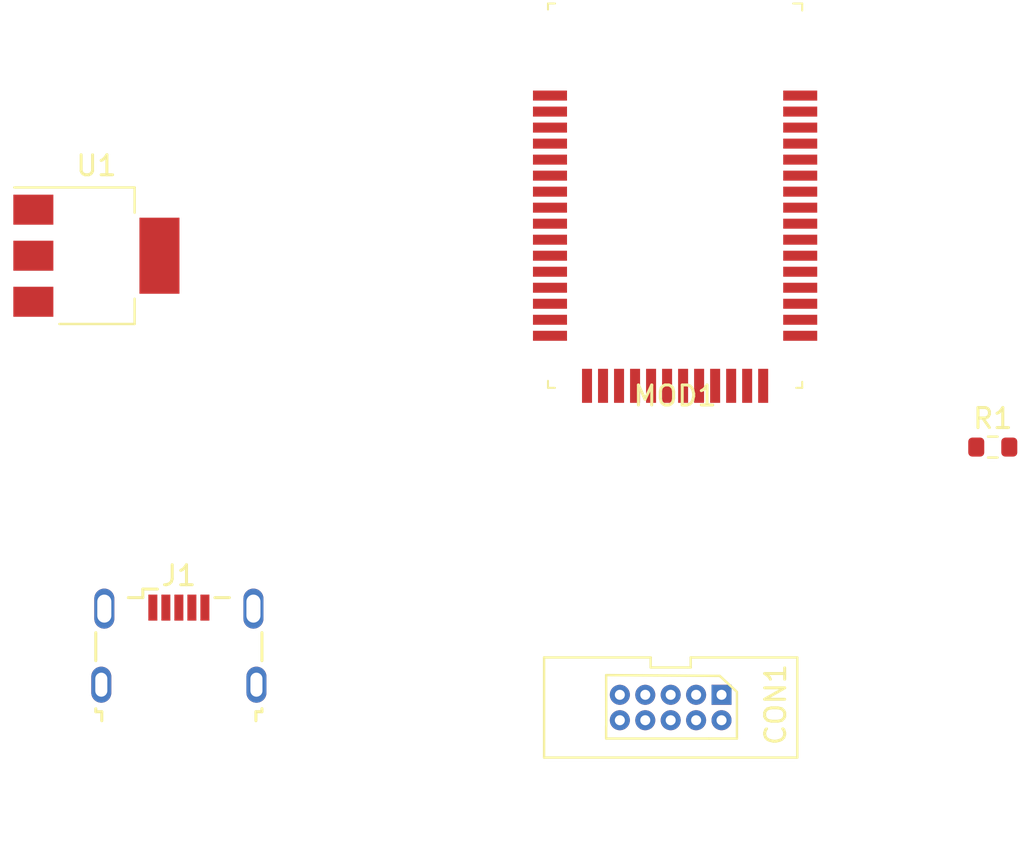
<source format=kicad_pcb>
(kicad_pcb (version 20171130) (host pcbnew "(5.1.10-1-10_14)")

  (general
    (thickness 1.6)
    (drawings 0)
    (tracks 0)
    (zones 0)
    (modules 5)
    (nets 9)
  )

  (page A4)
  (layers
    (0 F.Cu signal)
    (31 B.Cu signal)
    (32 B.Adhes user)
    (33 F.Adhes user)
    (34 B.Paste user)
    (35 F.Paste user)
    (36 B.SilkS user)
    (37 F.SilkS user)
    (38 B.Mask user)
    (39 F.Mask user)
    (40 Dwgs.User user)
    (41 Cmts.User user)
    (42 Eco1.User user)
    (43 Eco2.User user)
    (44 Edge.Cuts user)
    (45 Margin user)
    (46 B.CrtYd user)
    (47 F.CrtYd user)
    (48 B.Fab user)
    (49 F.Fab user)
  )

  (setup
    (last_trace_width 0.25)
    (trace_clearance 0.2)
    (zone_clearance 0.508)
    (zone_45_only no)
    (trace_min 0.2)
    (via_size 0.8)
    (via_drill 0.4)
    (via_min_size 0.4)
    (via_min_drill 0.3)
    (uvia_size 0.3)
    (uvia_drill 0.1)
    (uvias_allowed no)
    (uvia_min_size 0.2)
    (uvia_min_drill 0.1)
    (edge_width 0.05)
    (segment_width 0.2)
    (pcb_text_width 0.3)
    (pcb_text_size 1.5 1.5)
    (mod_edge_width 0.12)
    (mod_text_size 1 1)
    (mod_text_width 0.15)
    (pad_size 1.524 1.524)
    (pad_drill 0.762)
    (pad_to_mask_clearance 0)
    (aux_axis_origin 0 0)
    (visible_elements FFFFFF7F)
    (pcbplotparams
      (layerselection 0x010fc_ffffffff)
      (usegerberextensions false)
      (usegerberattributes true)
      (usegerberadvancedattributes true)
      (creategerberjobfile true)
      (excludeedgelayer true)
      (linewidth 0.100000)
      (plotframeref false)
      (viasonmask false)
      (mode 1)
      (useauxorigin false)
      (hpglpennumber 1)
      (hpglpenspeed 20)
      (hpglpendiameter 15.000000)
      (psnegative false)
      (psa4output false)
      (plotreference true)
      (plotvalue true)
      (plotinvisibletext false)
      (padsonsilk false)
      (subtractmaskfromsilk false)
      (outputformat 1)
      (mirror false)
      (drillshape 1)
      (scaleselection 1)
      (outputdirectory ""))
  )

  (net 0 "")
  (net 1 GND)
  (net 2 IO_4)
  (net 3 IO_5)
  (net 4 +3V3)
  (net 5 SWCLK)
  (net 6 SWDIO)
  (net 7 "Net-(J1-Pad0)")
  (net 8 VBUS)

  (net_class Default "This is the default net class."
    (clearance 0.2)
    (trace_width 0.25)
    (via_dia 0.8)
    (via_drill 0.4)
    (uvia_dia 0.3)
    (uvia_drill 0.1)
    (add_net +3V3)
    (add_net GND)
    (add_net IO_0)
    (add_net IO_1)
    (add_net IO_10)
    (add_net IO_11)
    (add_net IO_12)
    (add_net IO_13)
    (add_net IO_14)
    (add_net IO_15)
    (add_net IO_16)
    (add_net IO_17)
    (add_net IO_18)
    (add_net IO_19)
    (add_net IO_2)
    (add_net IO_20)
    (add_net IO_21)
    (add_net IO_22)
    (add_net IO_23)
    (add_net IO_24)
    (add_net IO_25)
    (add_net IO_26)
    (add_net IO_27)
    (add_net IO_28)
    (add_net IO_29)
    (add_net IO_3)
    (add_net IO_30)
    (add_net IO_4)
    (add_net IO_5)
    (add_net IO_6)
    (add_net IO_7)
    (add_net IO_8)
    (add_net IO_9)
    (add_net "Net-(CON1-Pad1)")
    (add_net "Net-(CON1-Pad2)")
    (add_net "Net-(CON1-Pad4)")
    (add_net "Net-(J1-Pad0)")
    (add_net "Net-(J1-Pad2)")
    (add_net "Net-(J1-Pad3)")
    (add_net "Net-(J1-Pad4)")
    (add_net "Net-(MOD1-Pad30)")
    (add_net SWCLK)
    (add_net SWDIO)
    (add_net VBUS)
  )

  (module Package_TO_SOT_SMD:SOT-223-3_TabPin2 (layer F.Cu) (tedit 5A02FF57) (tstamp 61941C2E)
    (at 107.52 101.95)
    (descr "module CMS SOT223 4 pins")
    (tags "CMS SOT")
    (path /61911A84/6195A730)
    (attr smd)
    (fp_text reference U1 (at 0 -4.5) (layer F.SilkS)
      (effects (font (size 1 1) (thickness 0.15)))
    )
    (fp_text value LM1117-3.3 (at 0 4.5) (layer F.Fab)
      (effects (font (size 1 1) (thickness 0.15)))
    )
    (fp_text user %R (at 0 0 90) (layer F.Fab)
      (effects (font (size 0.8 0.8) (thickness 0.12)))
    )
    (fp_line (start 1.91 3.41) (end 1.91 2.15) (layer F.SilkS) (width 0.12))
    (fp_line (start 1.91 -3.41) (end 1.91 -2.15) (layer F.SilkS) (width 0.12))
    (fp_line (start 4.4 -3.6) (end -4.4 -3.6) (layer F.CrtYd) (width 0.05))
    (fp_line (start 4.4 3.6) (end 4.4 -3.6) (layer F.CrtYd) (width 0.05))
    (fp_line (start -4.4 3.6) (end 4.4 3.6) (layer F.CrtYd) (width 0.05))
    (fp_line (start -4.4 -3.6) (end -4.4 3.6) (layer F.CrtYd) (width 0.05))
    (fp_line (start -1.85 -2.35) (end -0.85 -3.35) (layer F.Fab) (width 0.1))
    (fp_line (start -1.85 -2.35) (end -1.85 3.35) (layer F.Fab) (width 0.1))
    (fp_line (start -1.85 3.41) (end 1.91 3.41) (layer F.SilkS) (width 0.12))
    (fp_line (start -0.85 -3.35) (end 1.85 -3.35) (layer F.Fab) (width 0.1))
    (fp_line (start -4.1 -3.41) (end 1.91 -3.41) (layer F.SilkS) (width 0.12))
    (fp_line (start -1.85 3.35) (end 1.85 3.35) (layer F.Fab) (width 0.1))
    (fp_line (start 1.85 -3.35) (end 1.85 3.35) (layer F.Fab) (width 0.1))
    (pad 1 smd rect (at -3.15 -2.3) (size 2 1.5) (layers F.Cu F.Paste F.Mask)
      (net 1 GND))
    (pad 3 smd rect (at -3.15 2.3) (size 2 1.5) (layers F.Cu F.Paste F.Mask)
      (net 8 VBUS))
    (pad 2 smd rect (at -3.15 0) (size 2 1.5) (layers F.Cu F.Paste F.Mask)
      (net 4 +3V3))
    (pad 2 smd rect (at 3.15 0) (size 2 3.8) (layers F.Cu F.Paste F.Mask)
      (net 4 +3V3))
    (model ${KISYS3DMOD}/Package_TO_SOT_SMD.3dshapes/SOT-223.wrl
      (at (xyz 0 0 0))
      (scale (xyz 1 1 1))
      (rotate (xyz 0 0 0))
    )
  )

  (module mybays_connector:USB_Micro-B_Wuerth_629105150521_CircularHoles (layer F.Cu) (tedit 6019833E) (tstamp 6192845C)
    (at 111.64 121.43)
    (descr "USB Micro-B receptacle, http://www.mouser.com/ds/2/445/629105150521-469306.pdf")
    (tags "usb micro receptacle")
    (path /61911A84/619534B5)
    (attr smd)
    (fp_text reference J1 (at 0 -3.5) (layer F.SilkS)
      (effects (font (size 1 1) (thickness 0.15)))
    )
    (fp_text value microusb (at 0 5.6) (layer F.Fab)
      (effects (font (size 1 1) (thickness 0.15)))
    )
    (fp_text user "PCB Edge" (at 0 3.75) (layer Dwgs.User)
      (effects (font (size 0.5 0.5) (thickness 0.08)))
    )
    (fp_text user %R (at 0 1.05) (layer F.Fab)
      (effects (font (size 1 1) (thickness 0.15)))
    )
    (fp_line (start 5.28 -3.34) (end -5.27 -3.34) (layer F.CrtYd) (width 0.05))
    (fp_line (start 5.28 4.85) (end 5.28 -3.34) (layer F.CrtYd) (width 0.05))
    (fp_line (start -5.27 4.85) (end 5.28 4.85) (layer F.CrtYd) (width 0.05))
    (fp_line (start -5.27 -3.34) (end -5.27 4.85) (layer F.CrtYd) (width 0.05))
    (fp_line (start 1.8 -2.4) (end 2.525 -2.4) (layer F.SilkS) (width 0.15))
    (fp_line (start -1.8 -2.4) (end -2.525 -2.4) (layer F.SilkS) (width 0.15))
    (fp_line (start -1.8 -2.825) (end -1.8 -2.4) (layer F.SilkS) (width 0.15))
    (fp_line (start -1.075 -2.825) (end -1.8 -2.825) (layer F.SilkS) (width 0.15))
    (fp_line (start 4.15 0.75) (end 4.15 -0.65) (layer F.SilkS) (width 0.15))
    (fp_line (start 4.15 3.3) (end 4.15 3.15) (layer F.SilkS) (width 0.15))
    (fp_line (start 3.85 3.3) (end 4.15 3.3) (layer F.SilkS) (width 0.15))
    (fp_line (start 3.85 3.75) (end 3.85 3.3) (layer F.SilkS) (width 0.15))
    (fp_line (start -3.85 3.3) (end -3.85 3.75) (layer F.SilkS) (width 0.15))
    (fp_line (start -4.15 3.3) (end -3.85 3.3) (layer F.SilkS) (width 0.15))
    (fp_line (start -4.15 3.15) (end -4.15 3.3) (layer F.SilkS) (width 0.15))
    (fp_line (start -4.15 -0.65) (end -4.15 0.75) (layer F.SilkS) (width 0.15))
    (fp_line (start -1.075 -2.95) (end -1.075 -2.725) (layer F.Fab) (width 0.15))
    (fp_line (start -1.525 -2.95) (end -1.075 -2.95) (layer F.Fab) (width 0.15))
    (fp_line (start -1.525 -2.725) (end -1.525 -2.95) (layer F.Fab) (width 0.15))
    (fp_line (start -1.3 -2.55) (end -1.525 -2.725) (layer F.Fab) (width 0.15))
    (fp_line (start -1.075 -2.725) (end -1.3 -2.55) (layer F.Fab) (width 0.15))
    (fp_line (start -2.7 3.75) (end 2.7 3.75) (layer F.Fab) (width 0.15))
    (fp_line (start 4 -2.25) (end -4 -2.25) (layer F.Fab) (width 0.15))
    (fp_line (start 4 3.15) (end 4 -2.25) (layer F.Fab) (width 0.15))
    (fp_line (start 3.7 3.15) (end 4 3.15) (layer F.Fab) (width 0.15))
    (fp_line (start 3.7 4.35) (end 3.7 3.15) (layer F.Fab) (width 0.15))
    (fp_line (start -3.7 4.35) (end 3.7 4.35) (layer F.Fab) (width 0.15))
    (fp_line (start -3.7 3.15) (end -3.7 4.35) (layer F.Fab) (width 0.15))
    (fp_line (start -4 3.15) (end -3.7 3.15) (layer F.Fab) (width 0.15))
    (fp_line (start -4 -2.25) (end -4 3.15) (layer F.Fab) (width 0.15))
    (pad "" np_thru_hole circle (at 2.5 -0.8) (size 0.8 0.8) (drill 0.8) (layers *.Cu *.Mask))
    (pad "" np_thru_hole circle (at -2.5 -0.8) (size 0.8 0.8) (drill 0.8) (layers *.Cu *.Mask))
    (pad 0 thru_hole oval (at 3.875 1.95) (size 1 1.8) (drill oval 0.6 1.2) (layers *.Cu *.Mask)
      (net 7 "Net-(J1-Pad0)"))
    (pad 0 thru_hole oval (at -3.875 1.95) (size 1 1.8) (drill oval 0.6 1.2) (layers *.Cu *.Mask)
      (net 7 "Net-(J1-Pad0)"))
    (pad 0 thru_hole oval (at 3.725 -1.85) (size 1 2) (drill oval 0.7 1.4) (layers *.Cu *.Mask)
      (net 7 "Net-(J1-Pad0)"))
    (pad 0 thru_hole oval (at -3.725 -1.85) (size 1 2) (drill oval 0.7 1.4) (layers *.Cu *.Mask)
      (net 7 "Net-(J1-Pad0)"))
    (pad 5 smd rect (at 1.3 -1.9) (size 0.45 1.3) (layers F.Cu F.Paste F.Mask)
      (net 1 GND))
    (pad 4 smd rect (at 0.65 -1.9) (size 0.45 1.3) (layers F.Cu F.Paste F.Mask))
    (pad 3 smd rect (at 0 -1.9) (size 0.45 1.3) (layers F.Cu F.Paste F.Mask))
    (pad 2 smd rect (at -0.65 -1.9) (size 0.45 1.3) (layers F.Cu F.Paste F.Mask))
    (pad 1 smd rect (at -1.3 -1.9) (size 0.45 1.3) (layers F.Cu F.Paste F.Mask)
      (net 8 VBUS))
    (model ${KISYS3DMOD}/Connector_USB.3dshapes/USB_Micro-B_Wuerth_629105150521_CircularHoles.wrl
      (at (xyz 0 0 0))
      (scale (xyz 1 1 1))
      (rotate (xyz 0 0 0))
    )
  )

  (module Resistor_SMD:R_0603_1608Metric (layer F.Cu) (tedit 5F68FEEE) (tstamp 61927CD4)
    (at 152.3 111.51)
    (descr "Resistor SMD 0603 (1608 Metric), square (rectangular) end terminal, IPC_7351 nominal, (Body size source: IPC-SM-782 page 72, https://www.pcb-3d.com/wordpress/wp-content/uploads/ipc-sm-782a_amendment_1_and_2.pdf), generated with kicad-footprint-generator")
    (tags resistor)
    (path /61911A84/6194D08E)
    (attr smd)
    (fp_text reference R1 (at 0 -1.43) (layer F.SilkS)
      (effects (font (size 1 1) (thickness 0.15)))
    )
    (fp_text value 12K (at 0 1.43) (layer F.Fab)
      (effects (font (size 1 1) (thickness 0.15)))
    )
    (fp_line (start -0.8 0.4125) (end -0.8 -0.4125) (layer F.Fab) (width 0.1))
    (fp_line (start -0.8 -0.4125) (end 0.8 -0.4125) (layer F.Fab) (width 0.1))
    (fp_line (start 0.8 -0.4125) (end 0.8 0.4125) (layer F.Fab) (width 0.1))
    (fp_line (start 0.8 0.4125) (end -0.8 0.4125) (layer F.Fab) (width 0.1))
    (fp_line (start -0.237258 -0.5225) (end 0.237258 -0.5225) (layer F.SilkS) (width 0.12))
    (fp_line (start -0.237258 0.5225) (end 0.237258 0.5225) (layer F.SilkS) (width 0.12))
    (fp_line (start -1.48 0.73) (end -1.48 -0.73) (layer F.CrtYd) (width 0.05))
    (fp_line (start -1.48 -0.73) (end 1.48 -0.73) (layer F.CrtYd) (width 0.05))
    (fp_line (start 1.48 -0.73) (end 1.48 0.73) (layer F.CrtYd) (width 0.05))
    (fp_line (start 1.48 0.73) (end -1.48 0.73) (layer F.CrtYd) (width 0.05))
    (fp_text user %R (at 0 0) (layer F.Fab)
      (effects (font (size 0.4 0.4) (thickness 0.06)))
    )
    (pad 2 smd roundrect (at 0.825 0) (size 0.8 0.95) (layers F.Cu F.Paste F.Mask) (roundrect_rratio 0.25)
      (net 1 GND))
    (pad 1 smd roundrect (at -0.825 0) (size 0.8 0.95) (layers F.Cu F.Paste F.Mask) (roundrect_rratio 0.25)
      (net 5 SWCLK))
    (model ${KISYS3DMOD}/Resistor_SMD.3dshapes/R_0603_1608Metric.wrl
      (at (xyz 0 0 0))
      (scale (xyz 1 1 1))
      (rotate (xyz 0 0 0))
    )
  )

  (module mybays_connector:debugger_2x05_P1.27mm_Vertical (layer F.Cu) (tedit 602883C3) (tstamp 61927958)
    (at 136.21 124.52 270)
    (descr "Through hole straight socket strip, 2x05, 1.27mm pitch, double cols (from Kicad 4.0.7), script generated")
    (tags "Through hole socket strip THT 2x05 1.27mm double row")
    (path /61911A84/6193D453)
    (fp_text reference CON1 (at -0.15 -5.24 90) (layer F.SilkS)
      (effects (font (size 1 1) (thickness 0.15)))
    )
    (fp_text value CORTEX-DEBUGGER (at -0.635 7.215 90) (layer F.Fab)
      (effects (font (size 1 1) (thickness 0.15)))
    )
    (fp_line (start -0.79 -3.23) (end 1.53 -3.22) (layer F.Fab) (width 0.1))
    (fp_line (start -1.58 -2.45) (end -0.8175 -3.2125) (layer F.Fab) (width 0.1))
    (fp_line (start 1.47 -3.17) (end 1.49 3.165) (layer F.Fab) (width 0.1))
    (fp_line (start 1.49 3.165) (end -1.56 3.165) (layer F.Fab) (width 0.1))
    (fp_line (start -1.56 3.165) (end -1.57 -2.45) (layer F.Fab) (width 0.1))
    (fp_line (start -1.58 -2.45) (end -0.81 -3.28) (layer F.SilkS) (width 0.12))
    (fp_line (start -1.58 -2.44) (end -1.62 3.225) (layer F.SilkS) (width 0.12))
    (fp_line (start 0.90753 3.225) (end 1.55 3.225) (layer F.SilkS) (width 0.12))
    (fp_line (start -1.62 3.225) (end 0.93 3.22) (layer F.SilkS) (width 0.12))
    (fp_line (start 1.55 -1.915) (end 1.55 3.225) (layer F.SilkS) (width 0.12))
    (fp_line (start 1.55 -2.51) (end 1.55 -1.915) (layer F.SilkS) (width 0.12))
    (fp_line (start 1.55 -3.31) (end 1.55 -2.55) (layer F.SilkS) (width 0.12))
    (fp_line (start -0.78 -3.31) (end 1.55 -3.31) (layer F.SilkS) (width 0.12))
    (fp_line (start -2.07 -3.7) (end 1.98 -3.7) (layer F.CrtYd) (width 0.05))
    (fp_line (start 1.98 -3.7) (end 1.98 3.65) (layer F.CrtYd) (width 0.05))
    (fp_line (start 1.98 3.65) (end -2.07 3.65) (layer F.CrtYd) (width 0.05))
    (fp_line (start -2.07 3.65) (end -2.07 -3.7) (layer F.CrtYd) (width 0.05))
    (fp_line (start -2.5 -6.325) (end 2.5 -6.325) (layer F.SilkS) (width 0.12))
    (fp_line (start 2.5 -6.325) (end 2.5 6.325) (layer F.SilkS) (width 0.12))
    (fp_line (start 2.5 6.325) (end -2.5 6.325) (layer F.SilkS) (width 0.12))
    (fp_line (start -2.5 6.325) (end -2.5 1) (layer F.SilkS) (width 0.12))
    (fp_line (start -2.5 1) (end -2 1) (layer F.SilkS) (width 0.12))
    (fp_line (start -2 1) (end -2 -1) (layer F.SilkS) (width 0.12))
    (fp_line (start -2 -1) (end -2.5 -1) (layer F.SilkS) (width 0.12))
    (fp_line (start -2.5 -1) (end -2.5 -6.325) (layer F.SilkS) (width 0.12))
    (fp_text user %R (at 5.12 -3.23) (layer F.Fab)
      (effects (font (size 1 1) (thickness 0.15)))
    )
    (pad 9 thru_hole oval (at -0.635 2.54 270) (size 1 1) (drill 0.5) (layers *.Cu *.Mask)
      (net 1 GND))
    (pad 10 thru_hole oval (at 0.635 2.54 270) (size 1 1) (drill 0.5) (layers *.Cu *.Mask)
      (net 2 IO_4))
    (pad 7 thru_hole oval (at -0.635 1.27 270) (size 1 1) (drill 0.5) (layers *.Cu *.Mask)
      (net 5 SWCLK))
    (pad 8 thru_hole oval (at 0.635 1.27 270) (size 1 1) (drill 0.5) (layers *.Cu *.Mask)
      (net 3 IO_5))
    (pad 5 thru_hole oval (at -0.635 0 270) (size 1 1) (drill 0.5) (layers *.Cu *.Mask)
      (net 6 SWDIO))
    (pad 6 thru_hole oval (at 0.635 0 270) (size 1 1) (drill 0.5) (layers *.Cu *.Mask)
      (net 1 GND))
    (pad 3 thru_hole oval (at -0.635 -1.27 270) (size 1 1) (drill 0.5) (layers *.Cu *.Mask)
      (net 4 +3V3))
    (pad 4 thru_hole oval (at 0.635 -1.27 270) (size 1 1) (drill 0.5) (layers *.Cu *.Mask))
    (pad 2 thru_hole oval (at 0.635 -2.54 270) (size 1 1) (drill 0.5) (layers *.Cu *.Mask))
    (pad 1 thru_hole rect (at -0.635 -2.54 270) (size 1 1) (drill 0.5) (layers *.Cu *.Mask))
    (model ${KISYS3DMOD}/Connector_PinSocket_1.27mm.3dshapes/PinSocket_2x05_P1.27mm_Vertical.wrl
      (offset (xyz 0.7 2.5 0))
      (scale (xyz 1 1 1))
      (rotate (xyz 0 0 0))
    )
  )

  (module mybays_modules:BLUETOOTH_MODULE_BL600-SA (layer F.Cu) (tedit 619116F5) (tstamp 61911E51)
    (at 136.43 98.95)
    (path /61911A84/6191EE2D)
    (fp_text reference MOD1 (at 0 10) (layer F.SilkS)
      (effects (font (size 1 1) (thickness 0.15)))
    )
    (fp_text value BL600-SA (at 0 0) (layer F.Fab)
      (effects (font (size 1 1) (thickness 0.15)))
    )
    (fp_line (start 6.35 9.59993) (end 6.050026 9.59993) (layer F.SilkS) (width 0.100076))
    (fp_line (start 6.35 9.299956) (end 6.35 9.59993) (layer F.SilkS) (width 0.100076))
    (fp_line (start -6.35 9.299956) (end -6.35 9.249918) (layer F.SilkS) (width 0.100076))
    (fp_line (start -6.35 9.59993) (end -6.35 9.299956) (layer F.SilkS) (width 0.100076))
    (fp_line (start -5.999988 9.59993) (end -6.35 9.59993) (layer F.SilkS) (width 0.100076))
    (fp_line (start 6.35 -9.59993) (end 6.35 -9.249918) (layer F.SilkS) (width 0.100076))
    (fp_line (start 5.899912 -9.59993) (end 6.35 -9.59993) (layer F.SilkS) (width 0.100076))
    (fp_line (start -6.35 -9.59993) (end -6.35 -9.299956) (layer F.SilkS) (width 0.100076))
    (fp_line (start -5.999988 -9.59993) (end -6.35 -9.59993) (layer F.SilkS) (width 0.100076))
    (fp_line (start 6.249924 9.499854) (end 6.249924 -9.499854) (layer Cmts.User) (width 0.100076))
    (fp_line (start -6.249924 9.499854) (end 6.249924 9.499854) (layer Cmts.User) (width 0.100076))
    (fp_line (start -6.249924 -9.499854) (end -6.249924 9.499854) (layer Cmts.User) (width 0.100076))
    (fp_line (start 6.249924 -9.499854) (end -6.249924 -9.499854) (layer Cmts.User) (width 0.100076))
    (fp_line (start -7.349998 10.599928) (end -7.349998 -9.750044) (layer Eco1.User) (width 0.050038))
    (fp_line (start 7.349998 10.599928) (end -7.349998 10.599928) (layer Eco1.User) (width 0.050038))
    (fp_line (start 7.349998 -9.750044) (end 7.349998 10.599928) (layer Eco1.User) (width 0.050038))
    (fp_line (start -7.349998 -9.750044) (end 7.349998 -9.750044) (layer Eco1.User) (width 0.050038))
    (fp_text user REF (at -1.199896 -0.761999) (layer Cmts.User)
      (effects (font (size 0.999998 0.999998) (thickness 0.150114)) (justify left))
    )
    (pad 12 smd custom (at 4.400042 9.499854) (size 0 0) (layers F.Cu F.Paste F.Mask)
      (zone_connect 2)
      (options (clearance outline) (anchor circle))
      (primitives
        (gr_poly (pts
           (xy -0.249936 -0.849884) (xy 0.249936 -0.849884) (xy 0.249936 0.850138) (xy -0.249936 0.850138)) (width 0))
      ))
    (pad 11 smd custom (at 3.599942 9.499854) (size 0 0) (layers F.Cu F.Paste F.Mask)
      (net 1 GND) (zone_connect 2)
      (options (clearance outline) (anchor circle))
      (primitives
        (gr_poly (pts
           (xy -0.249936 -0.849884) (xy 0.249936 -0.849884) (xy 0.249936 0.850138) (xy -0.249936 0.850138)) (width 0))
      ))
    (pad 10 smd custom (at 2.800096 9.499854) (size 0 0) (layers F.Cu F.Paste F.Mask)
      (net 4 +3V3) (zone_connect 2)
      (options (clearance outline) (anchor circle))
      (primitives
        (gr_poly (pts
           (xy -0.25019 -0.849884) (xy 0.249936 -0.849884) (xy 0.249936 0.850138) (xy -0.25019 0.850138)) (width 0))
      ))
    (pad 9 smd custom (at 1.999996 9.499854) (size 0 0) (layers F.Cu F.Paste F.Mask)
      (zone_connect 2)
      (options (clearance outline) (anchor circle))
      (primitives
        (gr_poly (pts
           (xy -0.249936 -0.849884) (xy 0.249936 -0.849884) (xy 0.249936 0.850138) (xy -0.249936 0.850138)) (width 0))
      ))
    (pad 8 smd custom (at 1.199896 9.499854) (size 0 0) (layers F.Cu F.Paste F.Mask)
      (zone_connect 2)
      (options (clearance outline) (anchor circle))
      (primitives
        (gr_poly (pts
           (xy -0.249936 -0.849884) (xy 0.25019 -0.849884) (xy 0.25019 0.850138) (xy -0.249936 0.850138)) (width 0))
      ))
    (pad 7 smd custom (at 0.40005 9.499854) (size 0 0) (layers F.Cu F.Paste F.Mask)
      (net 3 IO_5) (zone_connect 2)
      (options (clearance outline) (anchor circle))
      (primitives
        (gr_poly (pts
           (xy -0.249936 -0.849884) (xy 0.249936 -0.849884) (xy 0.249936 0.850138) (xy -0.249936 0.850138)) (width 0))
      ))
    (pad 6 smd custom (at -0.40005 9.499854) (size 0 0) (layers F.Cu F.Paste F.Mask)
      (net 2 IO_4) (zone_connect 2)
      (options (clearance outline) (anchor circle))
      (primitives
        (gr_poly (pts
           (xy -0.249936 -0.849884) (xy 0.249936 -0.849884) (xy 0.249936 0.850138) (xy -0.249936 0.850138)) (width 0))
      ))
    (pad 5 smd custom (at -1.199896 9.499854) (size 0 0) (layers F.Cu F.Paste F.Mask)
      (zone_connect 2)
      (options (clearance outline) (anchor circle))
      (primitives
        (gr_poly (pts
           (xy -0.25019 -0.849884) (xy 0.249936 -0.849884) (xy 0.249936 0.850138) (xy -0.25019 0.850138)) (width 0))
      ))
    (pad 4 smd custom (at -1.999996 9.499854) (size 0 0) (layers F.Cu F.Paste F.Mask)
      (zone_connect 2)
      (options (clearance outline) (anchor circle))
      (primitives
        (gr_poly (pts
           (xy -0.249936 -0.849884) (xy 0.249936 -0.849884) (xy 0.249936 0.850138) (xy -0.249936 0.850138)) (width 0))
      ))
    (pad 3 smd custom (at -2.800096 9.499854) (size 0 0) (layers F.Cu F.Paste F.Mask)
      (net 1 GND) (zone_connect 2)
      (options (clearance outline) (anchor circle))
      (primitives
        (gr_poly (pts
           (xy -0.249936 -0.849884) (xy 0.25019 -0.849884) (xy 0.25019 0.850138) (xy -0.249936 0.850138)) (width 0))
      ))
    (pad 2 smd custom (at -3.599942 9.499854) (size 0 0) (layers F.Cu F.Paste F.Mask)
      (zone_connect 2)
      (options (clearance outline) (anchor circle))
      (primitives
        (gr_poly (pts
           (xy -0.249936 -0.849884) (xy 0.249936 -0.849884) (xy 0.249936 0.850138) (xy -0.249936 0.850138)) (width 0))
      ))
    (pad 28 smd rect (at 6.249924 -4.99999) (size 1.700022 0.499872) (layers F.Cu F.Paste F.Mask)
      (net 1 GND))
    (pad 27 smd rect (at 6.249924 -4.19989) (size 1.700022 0.499872) (layers F.Cu F.Paste F.Mask))
    (pad 26 smd rect (at 6.249924 -3.400044) (size 1.700022 0.499872) (layers F.Cu F.Paste F.Mask))
    (pad 25 smd rect (at 6.249924 -2.599944) (size 1.700022 0.499872) (layers F.Cu F.Paste F.Mask))
    (pad 24 smd rect (at 6.249924 -1.800098) (size 1.700022 0.499872) (layers F.Cu F.Paste F.Mask))
    (pad 23 smd rect (at 6.249924 -0.999998) (size 1.700022 0.499872) (layers F.Cu F.Paste F.Mask)
      (net 5 SWCLK))
    (pad 22 smd rect (at 6.249924 -0.199898) (size 1.700022 0.499872) (layers F.Cu F.Paste F.Mask)
      (net 6 SWDIO))
    (pad 21 smd rect (at 6.249924 0.599948) (size 1.700022 0.499872) (layers F.Cu F.Paste F.Mask))
    (pad 20 smd rect (at 6.249924 1.400048) (size 1.700022 0.499872) (layers F.Cu F.Paste F.Mask))
    (pad 19 smd rect (at 6.249924 2.199894) (size 1.700022 0.499872) (layers F.Cu F.Paste F.Mask))
    (pad 18 smd rect (at 6.249924 2.999994) (size 1.700022 0.499872) (layers F.Cu F.Paste F.Mask))
    (pad 17 smd rect (at 6.249924 3.800094) (size 1.700022 0.499872) (layers F.Cu F.Paste F.Mask)
      (net 1 GND))
    (pad 16 smd rect (at 6.249924 4.59994) (size 1.700022 0.499872) (layers F.Cu F.Paste F.Mask))
    (pad 15 smd rect (at 6.249924 5.40004) (size 1.700022 0.499872) (layers F.Cu F.Paste F.Mask))
    (pad 14 smd rect (at 6.249924 6.199886) (size 1.700022 0.499872) (layers F.Cu F.Paste F.Mask))
    (pad 13 smd rect (at 6.249924 6.999986) (size 1.700022 0.499872) (layers F.Cu F.Paste F.Mask))
    (pad 44 smd rect (at -6.249924 6.999986) (size 1.700022 0.499872) (layers F.Cu F.Paste F.Mask))
    (pad 43 smd rect (at -6.249924 6.199886) (size 1.700022 0.499872) (layers F.Cu F.Paste F.Mask)
      (net 1 GND))
    (pad 42 smd rect (at -6.249924 5.40004) (size 1.700022 0.499872) (layers F.Cu F.Paste F.Mask))
    (pad 41 smd rect (at -6.249924 4.59994) (size 1.700022 0.499872) (layers F.Cu F.Paste F.Mask))
    (pad 40 smd rect (at -6.249924 3.800094) (size 1.700022 0.499872) (layers F.Cu F.Paste F.Mask))
    (pad 39 smd rect (at -6.249924 2.999994) (size 1.700022 0.499872) (layers F.Cu F.Paste F.Mask))
    (pad 38 smd rect (at -6.249924 2.199894) (size 1.700022 0.499872) (layers F.Cu F.Paste F.Mask))
    (pad 37 smd rect (at -6.249924 1.400048) (size 1.700022 0.499872) (layers F.Cu F.Paste F.Mask)
      (net 1 GND))
    (pad 36 smd rect (at -6.249924 0.599948) (size 1.700022 0.499872) (layers F.Cu F.Paste F.Mask))
    (pad 35 smd rect (at -6.249924 -0.199898) (size 1.700022 0.499872) (layers F.Cu F.Paste F.Mask))
    (pad 34 smd rect (at -6.249924 -0.999998) (size 1.700022 0.499872) (layers F.Cu F.Paste F.Mask))
    (pad 33 smd rect (at -6.249924 -1.800098) (size 1.700022 0.499872) (layers F.Cu F.Paste F.Mask))
    (pad 32 smd rect (at -6.249924 -2.599944) (size 1.700022 0.499872) (layers F.Cu F.Paste F.Mask))
    (pad 31 smd rect (at -6.249924 -3.400044) (size 1.700022 0.499872) (layers F.Cu F.Paste F.Mask)
      (net 1 GND))
    (pad 30 smd rect (at -6.249924 -4.19989) (size 1.700022 0.499872) (layers F.Cu F.Paste F.Mask))
    (pad 1 smd custom (at -4.400042 9.499854) (size 0 0) (layers F.Cu F.Paste F.Mask)
      (net 1 GND) (zone_connect 2)
      (options (clearance outline) (anchor circle))
      (primitives
        (gr_poly (pts
           (xy -0.249936 -0.849884) (xy 0.249936 -0.849884) (xy 0.249936 0.850138) (xy -0.249936 0.850138)) (width 0))
      ))
    (pad 29 smd rect (at -6.249924 -4.99999) (size 1.700022 0.499872) (layers F.Cu F.Paste F.Mask)
      (net 1 GND))
  )

)

</source>
